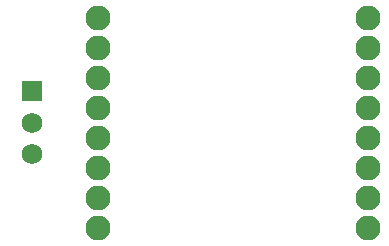
<source format=gbs>
G04 Layer: BottomSolderMaskLayer*
G04 EasyEDA v6.1.52, Sun, 13 Oct 2019 16:49:43 GMT*
G04 017f6ad9517e406d9769b934d1664338,d60483f80e02402a9409f1f04c283df6,10*
G04 Gerber Generator version 0.2*
G04 Scale: 100 percent, Rotated: No, Reflected: No *
G04 Dimensions in millimeters *
G04 leading zeros omitted , absolute positions ,3 integer and 3 decimal *
%FSLAX33Y33*%
%MOMM*%
G90*
G71D02*

%ADD25C,2.103196*%
%ADD27C,1.727200*%

%LPD*%
G54D25*
G01X53848Y12319D03*
G01X53848Y14859D03*
G01X53848Y17399D03*
G01X53848Y19939D03*
G01X53848Y22479D03*
G01X53848Y25019D03*
G01X53848Y27559D03*
G01X53848Y30099D03*
G01X30988Y30099D03*
G01X30988Y27559D03*
G01X30988Y25019D03*
G01X30988Y22479D03*
G01X30988Y19939D03*
G01X30988Y17399D03*
G01X30988Y14859D03*
G01X30988Y12319D03*
G36*
G01X24536Y23012D02*
G01X24536Y24739D01*
G01X26263Y24739D01*
G01X26263Y23012D01*
G01X24536Y23012D01*
G37*
G54D27*
G01X25400Y21187D03*
G01X25400Y18542D03*
M00*
M02*

</source>
